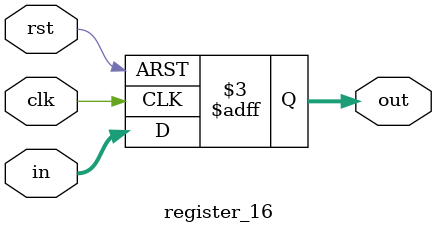
<source format=v>
`timescale 1ps/1ps

module register_16 (in, out, rst, clk);

	input rst, clk;
	input [15:0] in;
	output [15:0] out;
	reg [15:0] out;

  always @ (negedge rst or posedge clk) begin
	
      if(rst == 0)begin
      	out <= #1 16'b000000000000000;
      end
      else begin
      	out <= #1 in;
      end

  end

endmodule

</source>
